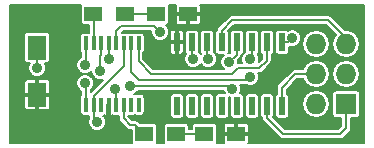
<source format=gtl>
G04 #@! TF.FileFunction,Copper,L1,Top,Signal*
%FSLAX46Y46*%
G04 Gerber Fmt 4.6, Leading zero omitted, Abs format (unit mm)*
G04 Created by KiCad (PCBNEW 4.0.1-stable) date 9/2/2016 3:58:06 PM*
%MOMM*%
G01*
G04 APERTURE LIST*
%ADD10C,0.150000*%
%ADD11R,0.600000X1.500000*%
%ADD12R,1.500000X1.300000*%
%ADD13R,1.727200X1.727200*%
%ADD14O,1.727200X1.727200*%
%ADD15R,1.600000X2.000000*%
%ADD16R,0.400000X1.200000*%
%ADD17C,0.889000*%
%ADD18C,0.203200*%
G04 APERTURE END LIST*
D10*
D11*
X162941000Y-104808000D03*
X164211000Y-104808000D03*
X165481000Y-104808000D03*
X166751000Y-104808000D03*
X168021000Y-104808000D03*
X169291000Y-104808000D03*
X170561000Y-104808000D03*
X171831000Y-104808000D03*
X171831000Y-99408000D03*
X170561000Y-99408000D03*
X169291000Y-99408000D03*
X168021000Y-99408000D03*
X166751000Y-99408000D03*
X165481000Y-99408000D03*
X164211000Y-99408000D03*
X162941000Y-99408000D03*
D12*
X158576000Y-97028000D03*
X155876000Y-97028000D03*
X162894000Y-107188000D03*
X160194000Y-107188000D03*
D13*
X177292000Y-104648000D03*
D14*
X174752000Y-104648000D03*
X177292000Y-102108000D03*
X174752000Y-102108000D03*
X177292000Y-99568000D03*
X174752000Y-99568000D03*
D12*
X163910000Y-97028000D03*
X161210000Y-97028000D03*
X167974000Y-107188000D03*
X165274000Y-107188000D03*
D15*
X151130000Y-103854000D03*
X151130000Y-99854000D03*
D16*
X159702500Y-99508000D03*
X159067500Y-99508000D03*
X158432500Y-99508000D03*
X157797500Y-99508000D03*
X157162500Y-99508000D03*
X156527500Y-99508000D03*
X155892500Y-99508000D03*
X155257500Y-99508000D03*
X155257500Y-104708000D03*
X155892500Y-104708000D03*
X156527500Y-104708000D03*
X157162500Y-104708000D03*
X157797500Y-104708000D03*
X158432500Y-104708000D03*
X159067500Y-104708000D03*
X159702500Y-104708000D03*
D17*
X156210000Y-106172000D03*
X157988000Y-106680000D03*
X163068000Y-100838000D03*
X154178000Y-104394000D03*
X159004000Y-103124000D03*
X156464000Y-101854000D03*
X167640000Y-103378000D03*
X167386000Y-101092000D03*
X155194000Y-102870000D03*
X155194000Y-101346000D03*
X169164000Y-102362000D03*
X169164000Y-100838000D03*
X172720000Y-99060000D03*
X161544000Y-98552000D03*
X157734000Y-103378000D03*
X157226000Y-100838000D03*
X151130000Y-101600000D03*
X164338000Y-100838000D03*
X165608000Y-100838000D03*
D18*
X155892500Y-104708000D02*
X155892500Y-105854500D01*
X155892500Y-105854500D02*
X156210000Y-106172000D01*
X155892500Y-104775000D02*
X155892500Y-103949500D01*
X155892500Y-103949500D02*
X158432500Y-101409500D01*
X158432500Y-101409500D02*
X158432500Y-99441000D01*
X157162500Y-104708000D02*
X157162500Y-105854500D01*
X157162500Y-105854500D02*
X157988000Y-106680000D01*
X162941000Y-100711000D02*
X162941000Y-99408000D01*
X163068000Y-100838000D02*
X162941000Y-100711000D01*
X156464000Y-100584000D02*
X156464000Y-101854000D01*
X159004000Y-103124000D02*
X161036000Y-103124000D01*
X161036000Y-103124000D02*
X167386000Y-103124000D01*
X167386000Y-103124000D02*
X167640000Y-103378000D01*
X168021000Y-99408000D02*
X168021000Y-100457000D01*
X168021000Y-100457000D02*
X167386000Y-101092000D01*
X156527500Y-99441000D02*
X156527500Y-100520500D01*
X156527500Y-100520500D02*
X156464000Y-100584000D01*
X155194000Y-102870000D02*
X155257500Y-102933500D01*
X155257500Y-102933500D02*
X155257500Y-104775000D01*
X155194000Y-101346000D02*
X155257500Y-101282500D01*
X155257500Y-101282500D02*
X155257500Y-99441000D01*
X169291000Y-100711000D02*
X169291000Y-99408000D01*
X169164000Y-100838000D02*
X169291000Y-100711000D01*
X166624000Y-102616000D02*
X168910000Y-102616000D01*
X168910000Y-102616000D02*
X169164000Y-102362000D01*
X159067500Y-99441000D02*
X159067500Y-101917500D01*
X159766000Y-102616000D02*
X166624000Y-102616000D01*
X159067500Y-101917500D02*
X159766000Y-102616000D01*
X172372000Y-99408000D02*
X171831000Y-99408000D01*
X172720000Y-99060000D02*
X172372000Y-99408000D01*
X159258000Y-98044000D02*
X161036000Y-98044000D01*
X161036000Y-98044000D02*
X161544000Y-98552000D01*
X157797500Y-99441000D02*
X157797500Y-98488500D01*
X158242000Y-98044000D02*
X159258000Y-98044000D01*
X157797500Y-98488500D02*
X158242000Y-98044000D01*
X159702500Y-99441000D02*
X159702500Y-101028500D01*
X160782000Y-102108000D02*
X166624000Y-102108000D01*
X159702500Y-101028500D02*
X160782000Y-102108000D01*
X166624000Y-102108000D02*
X167640000Y-102108000D01*
X170561000Y-100965000D02*
X170561000Y-99408000D01*
X169926000Y-101600000D02*
X170561000Y-100965000D01*
X168148000Y-101600000D02*
X169926000Y-101600000D01*
X167640000Y-102108000D02*
X168148000Y-101600000D01*
X157797500Y-104775000D02*
X157797500Y-103441500D01*
X157797500Y-103441500D02*
X157734000Y-103378000D01*
X157162500Y-99441000D02*
X157162500Y-100774500D01*
X157162500Y-100774500D02*
X157226000Y-100838000D01*
X151130000Y-100330000D02*
X151130000Y-101600000D01*
X164211000Y-99408000D02*
X164211000Y-100711000D01*
X164211000Y-100711000D02*
X164338000Y-100838000D01*
X155892500Y-99441000D02*
X155892500Y-97044500D01*
X155892500Y-97044500D02*
X155876000Y-97028000D01*
X158576000Y-97028000D02*
X161210000Y-97028000D01*
X158432500Y-104708000D02*
X158432500Y-105854500D01*
X159432000Y-106426000D02*
X160194000Y-107188000D01*
X159004000Y-106426000D02*
X159432000Y-106426000D01*
X158432500Y-105854500D02*
X159004000Y-106426000D01*
X162894000Y-107188000D02*
X165274000Y-107188000D01*
X170561000Y-104808000D02*
X170561000Y-105791000D01*
X177292000Y-106680000D02*
X177292000Y-104648000D01*
X176784000Y-107188000D02*
X177292000Y-106680000D01*
X171958000Y-107188000D02*
X176784000Y-107188000D01*
X170561000Y-105791000D02*
X171958000Y-107188000D01*
X165481000Y-99408000D02*
X165481000Y-100711000D01*
X165481000Y-100711000D02*
X165608000Y-100838000D01*
X174752000Y-102108000D02*
X172974000Y-102108000D01*
X171831000Y-103251000D02*
X171831000Y-104808000D01*
X172974000Y-102108000D02*
X171831000Y-103251000D01*
X166751000Y-99408000D02*
X166751000Y-98425000D01*
X167640000Y-97536000D02*
X170942000Y-97536000D01*
X166751000Y-98425000D02*
X167640000Y-97536000D01*
X177292000Y-99568000D02*
X177292000Y-99060000D01*
X177292000Y-99060000D02*
X175768000Y-97536000D01*
X175768000Y-97536000D02*
X170942000Y-97536000D01*
G36*
X154839713Y-96257093D02*
X154815229Y-96378000D01*
X154815229Y-97678000D01*
X154836482Y-97790952D01*
X154903237Y-97894692D01*
X155005093Y-97964287D01*
X155126000Y-97988771D01*
X155486100Y-97988771D01*
X155486100Y-98603021D01*
X155457500Y-98597229D01*
X155057500Y-98597229D01*
X154944548Y-98618482D01*
X154840808Y-98685237D01*
X154771213Y-98787093D01*
X154746729Y-98908000D01*
X154746729Y-100108000D01*
X154767982Y-100220952D01*
X154834737Y-100324692D01*
X154851100Y-100335872D01*
X154851100Y-100676940D01*
X154770110Y-100710404D01*
X154559144Y-100921001D01*
X154444830Y-101196301D01*
X154444570Y-101494391D01*
X154558404Y-101769890D01*
X154769001Y-101980856D01*
X155044301Y-102095170D01*
X155342391Y-102095430D01*
X155617890Y-101981596D01*
X155714672Y-101884983D01*
X155714570Y-102002391D01*
X155828404Y-102277890D01*
X156039001Y-102488856D01*
X156314301Y-102603170D01*
X156612391Y-102603430D01*
X156700056Y-102567207D01*
X155663900Y-103603364D01*
X155663900Y-103459666D01*
X155828856Y-103294999D01*
X155943170Y-103019699D01*
X155943430Y-102721609D01*
X155829596Y-102446110D01*
X155618999Y-102235144D01*
X155343699Y-102120830D01*
X155045609Y-102120570D01*
X154770110Y-102234404D01*
X154559144Y-102445001D01*
X154444830Y-102720301D01*
X154444570Y-103018391D01*
X154558404Y-103293890D01*
X154769001Y-103504856D01*
X154851100Y-103538946D01*
X154851100Y-103878614D01*
X154840808Y-103885237D01*
X154771213Y-103987093D01*
X154746729Y-104108000D01*
X154746729Y-105308000D01*
X154767982Y-105420952D01*
X154834737Y-105524692D01*
X154936593Y-105594287D01*
X155057500Y-105618771D01*
X155457500Y-105618771D01*
X155486100Y-105613390D01*
X155486100Y-105854500D01*
X155500482Y-105926807D01*
X155460830Y-106022301D01*
X155460570Y-106320391D01*
X155574404Y-106595890D01*
X155785001Y-106806856D01*
X156060301Y-106921170D01*
X156358391Y-106921430D01*
X156633890Y-106807596D01*
X156844856Y-106596999D01*
X156959170Y-106321699D01*
X156959430Y-106023609D01*
X156845596Y-105748110D01*
X156716483Y-105618771D01*
X156727500Y-105618771D01*
X156840452Y-105597518D01*
X156850056Y-105591338D01*
X156901871Y-105612800D01*
X156997400Y-105612800D01*
X157073600Y-105536600D01*
X157073600Y-104796900D01*
X157053600Y-104796900D01*
X157053600Y-104619100D01*
X157073600Y-104619100D01*
X157073600Y-104599100D01*
X157251400Y-104599100D01*
X157251400Y-104619100D01*
X157271400Y-104619100D01*
X157271400Y-104796900D01*
X157251400Y-104796900D01*
X157251400Y-105536600D01*
X157327600Y-105612800D01*
X157423129Y-105612800D01*
X157473283Y-105592026D01*
X157476593Y-105594287D01*
X157597500Y-105618771D01*
X157997500Y-105618771D01*
X158026100Y-105613390D01*
X158026100Y-105854500D01*
X158057035Y-106010023D01*
X158142970Y-106138632D01*
X158145132Y-106141868D01*
X158716632Y-106713368D01*
X158848477Y-106801465D01*
X159004000Y-106832400D01*
X159133229Y-106832400D01*
X159133229Y-107838000D01*
X159154482Y-107950952D01*
X159162042Y-107962700D01*
X148831300Y-107962700D01*
X148831300Y-104019100D01*
X150025200Y-104019100D01*
X150025200Y-104914628D01*
X150071603Y-105026655D01*
X150157344Y-105112397D01*
X150269371Y-105158800D01*
X150964900Y-105158800D01*
X151041100Y-105082600D01*
X151041100Y-103942900D01*
X151218900Y-103942900D01*
X151218900Y-105082600D01*
X151295100Y-105158800D01*
X151990629Y-105158800D01*
X152102656Y-105112397D01*
X152188397Y-105026655D01*
X152234800Y-104914628D01*
X152234800Y-104019100D01*
X152158600Y-103942900D01*
X151218900Y-103942900D01*
X151041100Y-103942900D01*
X150101400Y-103942900D01*
X150025200Y-104019100D01*
X148831300Y-104019100D01*
X148831300Y-102793372D01*
X150025200Y-102793372D01*
X150025200Y-103688900D01*
X150101400Y-103765100D01*
X151041100Y-103765100D01*
X151041100Y-102625400D01*
X151218900Y-102625400D01*
X151218900Y-103765100D01*
X152158600Y-103765100D01*
X152234800Y-103688900D01*
X152234800Y-102793372D01*
X152188397Y-102681345D01*
X152102656Y-102595603D01*
X151990629Y-102549200D01*
X151295100Y-102549200D01*
X151218900Y-102625400D01*
X151041100Y-102625400D01*
X150964900Y-102549200D01*
X150269371Y-102549200D01*
X150157344Y-102595603D01*
X150071603Y-102681345D01*
X150025200Y-102793372D01*
X148831300Y-102793372D01*
X148831300Y-98854000D01*
X150019229Y-98854000D01*
X150019229Y-100854000D01*
X150040482Y-100966952D01*
X150107237Y-101070692D01*
X150209093Y-101140287D01*
X150330000Y-101164771D01*
X150505392Y-101164771D01*
X150495144Y-101175001D01*
X150380830Y-101450301D01*
X150380570Y-101748391D01*
X150494404Y-102023890D01*
X150705001Y-102234856D01*
X150980301Y-102349170D01*
X151278391Y-102349430D01*
X151553890Y-102235596D01*
X151764856Y-102024999D01*
X151879170Y-101749699D01*
X151879430Y-101451609D01*
X151765596Y-101176110D01*
X151754277Y-101164771D01*
X151930000Y-101164771D01*
X152042952Y-101143518D01*
X152146692Y-101076763D01*
X152216287Y-100974907D01*
X152240771Y-100854000D01*
X152240771Y-98854000D01*
X152219518Y-98741048D01*
X152152763Y-98637308D01*
X152050907Y-98567713D01*
X151930000Y-98543229D01*
X150330000Y-98543229D01*
X150217048Y-98564482D01*
X150113308Y-98631237D01*
X150043713Y-98733093D01*
X150019229Y-98854000D01*
X148831300Y-98854000D01*
X148831300Y-96253300D01*
X154842305Y-96253300D01*
X154839713Y-96257093D01*
X154839713Y-96257093D01*
G37*
X154839713Y-96257093D02*
X154815229Y-96378000D01*
X154815229Y-97678000D01*
X154836482Y-97790952D01*
X154903237Y-97894692D01*
X155005093Y-97964287D01*
X155126000Y-97988771D01*
X155486100Y-97988771D01*
X155486100Y-98603021D01*
X155457500Y-98597229D01*
X155057500Y-98597229D01*
X154944548Y-98618482D01*
X154840808Y-98685237D01*
X154771213Y-98787093D01*
X154746729Y-98908000D01*
X154746729Y-100108000D01*
X154767982Y-100220952D01*
X154834737Y-100324692D01*
X154851100Y-100335872D01*
X154851100Y-100676940D01*
X154770110Y-100710404D01*
X154559144Y-100921001D01*
X154444830Y-101196301D01*
X154444570Y-101494391D01*
X154558404Y-101769890D01*
X154769001Y-101980856D01*
X155044301Y-102095170D01*
X155342391Y-102095430D01*
X155617890Y-101981596D01*
X155714672Y-101884983D01*
X155714570Y-102002391D01*
X155828404Y-102277890D01*
X156039001Y-102488856D01*
X156314301Y-102603170D01*
X156612391Y-102603430D01*
X156700056Y-102567207D01*
X155663900Y-103603364D01*
X155663900Y-103459666D01*
X155828856Y-103294999D01*
X155943170Y-103019699D01*
X155943430Y-102721609D01*
X155829596Y-102446110D01*
X155618999Y-102235144D01*
X155343699Y-102120830D01*
X155045609Y-102120570D01*
X154770110Y-102234404D01*
X154559144Y-102445001D01*
X154444830Y-102720301D01*
X154444570Y-103018391D01*
X154558404Y-103293890D01*
X154769001Y-103504856D01*
X154851100Y-103538946D01*
X154851100Y-103878614D01*
X154840808Y-103885237D01*
X154771213Y-103987093D01*
X154746729Y-104108000D01*
X154746729Y-105308000D01*
X154767982Y-105420952D01*
X154834737Y-105524692D01*
X154936593Y-105594287D01*
X155057500Y-105618771D01*
X155457500Y-105618771D01*
X155486100Y-105613390D01*
X155486100Y-105854500D01*
X155500482Y-105926807D01*
X155460830Y-106022301D01*
X155460570Y-106320391D01*
X155574404Y-106595890D01*
X155785001Y-106806856D01*
X156060301Y-106921170D01*
X156358391Y-106921430D01*
X156633890Y-106807596D01*
X156844856Y-106596999D01*
X156959170Y-106321699D01*
X156959430Y-106023609D01*
X156845596Y-105748110D01*
X156716483Y-105618771D01*
X156727500Y-105618771D01*
X156840452Y-105597518D01*
X156850056Y-105591338D01*
X156901871Y-105612800D01*
X156997400Y-105612800D01*
X157073600Y-105536600D01*
X157073600Y-104796900D01*
X157053600Y-104796900D01*
X157053600Y-104619100D01*
X157073600Y-104619100D01*
X157073600Y-104599100D01*
X157251400Y-104599100D01*
X157251400Y-104619100D01*
X157271400Y-104619100D01*
X157271400Y-104796900D01*
X157251400Y-104796900D01*
X157251400Y-105536600D01*
X157327600Y-105612800D01*
X157423129Y-105612800D01*
X157473283Y-105592026D01*
X157476593Y-105594287D01*
X157597500Y-105618771D01*
X157997500Y-105618771D01*
X158026100Y-105613390D01*
X158026100Y-105854500D01*
X158057035Y-106010023D01*
X158142970Y-106138632D01*
X158145132Y-106141868D01*
X158716632Y-106713368D01*
X158848477Y-106801465D01*
X159004000Y-106832400D01*
X159133229Y-106832400D01*
X159133229Y-107838000D01*
X159154482Y-107950952D01*
X159162042Y-107962700D01*
X148831300Y-107962700D01*
X148831300Y-104019100D01*
X150025200Y-104019100D01*
X150025200Y-104914628D01*
X150071603Y-105026655D01*
X150157344Y-105112397D01*
X150269371Y-105158800D01*
X150964900Y-105158800D01*
X151041100Y-105082600D01*
X151041100Y-103942900D01*
X151218900Y-103942900D01*
X151218900Y-105082600D01*
X151295100Y-105158800D01*
X151990629Y-105158800D01*
X152102656Y-105112397D01*
X152188397Y-105026655D01*
X152234800Y-104914628D01*
X152234800Y-104019100D01*
X152158600Y-103942900D01*
X151218900Y-103942900D01*
X151041100Y-103942900D01*
X150101400Y-103942900D01*
X150025200Y-104019100D01*
X148831300Y-104019100D01*
X148831300Y-102793372D01*
X150025200Y-102793372D01*
X150025200Y-103688900D01*
X150101400Y-103765100D01*
X151041100Y-103765100D01*
X151041100Y-102625400D01*
X151218900Y-102625400D01*
X151218900Y-103765100D01*
X152158600Y-103765100D01*
X152234800Y-103688900D01*
X152234800Y-102793372D01*
X152188397Y-102681345D01*
X152102656Y-102595603D01*
X151990629Y-102549200D01*
X151295100Y-102549200D01*
X151218900Y-102625400D01*
X151041100Y-102625400D01*
X150964900Y-102549200D01*
X150269371Y-102549200D01*
X150157344Y-102595603D01*
X150071603Y-102681345D01*
X150025200Y-102793372D01*
X148831300Y-102793372D01*
X148831300Y-98854000D01*
X150019229Y-98854000D01*
X150019229Y-100854000D01*
X150040482Y-100966952D01*
X150107237Y-101070692D01*
X150209093Y-101140287D01*
X150330000Y-101164771D01*
X150505392Y-101164771D01*
X150495144Y-101175001D01*
X150380830Y-101450301D01*
X150380570Y-101748391D01*
X150494404Y-102023890D01*
X150705001Y-102234856D01*
X150980301Y-102349170D01*
X151278391Y-102349430D01*
X151553890Y-102235596D01*
X151764856Y-102024999D01*
X151879170Y-101749699D01*
X151879430Y-101451609D01*
X151765596Y-101176110D01*
X151754277Y-101164771D01*
X151930000Y-101164771D01*
X152042952Y-101143518D01*
X152146692Y-101076763D01*
X152216287Y-100974907D01*
X152240771Y-100854000D01*
X152240771Y-98854000D01*
X152219518Y-98741048D01*
X152152763Y-98637308D01*
X152050907Y-98567713D01*
X151930000Y-98543229D01*
X150330000Y-98543229D01*
X150217048Y-98564482D01*
X150113308Y-98631237D01*
X150043713Y-98733093D01*
X150019229Y-98854000D01*
X148831300Y-98854000D01*
X148831300Y-96253300D01*
X154842305Y-96253300D01*
X154839713Y-96257093D01*
G36*
X162855200Y-96317371D02*
X162855200Y-96862900D01*
X162931400Y-96939100D01*
X163821100Y-96939100D01*
X163821100Y-96919100D01*
X163998900Y-96919100D01*
X163998900Y-96939100D01*
X164888600Y-96939100D01*
X164964800Y-96862900D01*
X164964800Y-96317371D01*
X164938261Y-96253300D01*
X178828700Y-96253300D01*
X178828700Y-107962700D01*
X169002261Y-107962700D01*
X169028800Y-107898629D01*
X169028800Y-107353100D01*
X168952600Y-107276900D01*
X168062900Y-107276900D01*
X168062900Y-107296900D01*
X167885100Y-107296900D01*
X167885100Y-107276900D01*
X166995400Y-107276900D01*
X166919200Y-107353100D01*
X166919200Y-107898629D01*
X166945739Y-107962700D01*
X166307695Y-107962700D01*
X166310287Y-107958907D01*
X166334771Y-107838000D01*
X166334771Y-106538000D01*
X166323364Y-106477371D01*
X166919200Y-106477371D01*
X166919200Y-107022900D01*
X166995400Y-107099100D01*
X167885100Y-107099100D01*
X167885100Y-106309400D01*
X168062900Y-106309400D01*
X168062900Y-107099100D01*
X168952600Y-107099100D01*
X169028800Y-107022900D01*
X169028800Y-106477371D01*
X168982397Y-106365344D01*
X168896655Y-106279603D01*
X168784628Y-106233200D01*
X168139100Y-106233200D01*
X168062900Y-106309400D01*
X167885100Y-106309400D01*
X167808900Y-106233200D01*
X167163372Y-106233200D01*
X167051345Y-106279603D01*
X166965603Y-106365344D01*
X166919200Y-106477371D01*
X166323364Y-106477371D01*
X166313518Y-106425048D01*
X166246763Y-106321308D01*
X166144907Y-106251713D01*
X166024000Y-106227229D01*
X164524000Y-106227229D01*
X164411048Y-106248482D01*
X164307308Y-106315237D01*
X164237713Y-106417093D01*
X164213229Y-106538000D01*
X164213229Y-106781600D01*
X163954771Y-106781600D01*
X163954771Y-106538000D01*
X163933518Y-106425048D01*
X163866763Y-106321308D01*
X163764907Y-106251713D01*
X163644000Y-106227229D01*
X162144000Y-106227229D01*
X162031048Y-106248482D01*
X161927308Y-106315237D01*
X161857713Y-106417093D01*
X161833229Y-106538000D01*
X161833229Y-107838000D01*
X161854482Y-107950952D01*
X161862042Y-107962700D01*
X161227695Y-107962700D01*
X161230287Y-107958907D01*
X161254771Y-107838000D01*
X161254771Y-106538000D01*
X161233518Y-106425048D01*
X161166763Y-106321308D01*
X161064907Y-106251713D01*
X160944000Y-106227229D01*
X159807965Y-106227229D01*
X159719368Y-106138632D01*
X159587523Y-106050535D01*
X159432000Y-106019600D01*
X159172336Y-106019600D01*
X158838900Y-105686164D01*
X158838900Y-105612979D01*
X158867500Y-105618771D01*
X159267500Y-105618771D01*
X159380452Y-105597518D01*
X159384544Y-105594885D01*
X159502500Y-105618771D01*
X159902500Y-105618771D01*
X160015452Y-105597518D01*
X160119192Y-105530763D01*
X160188787Y-105428907D01*
X160213271Y-105308000D01*
X160213271Y-104108000D01*
X160203864Y-104058000D01*
X162330229Y-104058000D01*
X162330229Y-105558000D01*
X162351482Y-105670952D01*
X162418237Y-105774692D01*
X162520093Y-105844287D01*
X162641000Y-105868771D01*
X163241000Y-105868771D01*
X163353952Y-105847518D01*
X163457692Y-105780763D01*
X163527287Y-105678907D01*
X163551771Y-105558000D01*
X163551771Y-104058000D01*
X163600229Y-104058000D01*
X163600229Y-105558000D01*
X163621482Y-105670952D01*
X163688237Y-105774692D01*
X163790093Y-105844287D01*
X163911000Y-105868771D01*
X164511000Y-105868771D01*
X164623952Y-105847518D01*
X164727692Y-105780763D01*
X164797287Y-105678907D01*
X164821771Y-105558000D01*
X164821771Y-104058000D01*
X164870229Y-104058000D01*
X164870229Y-105558000D01*
X164891482Y-105670952D01*
X164958237Y-105774692D01*
X165060093Y-105844287D01*
X165181000Y-105868771D01*
X165781000Y-105868771D01*
X165893952Y-105847518D01*
X165997692Y-105780763D01*
X166067287Y-105678907D01*
X166091771Y-105558000D01*
X166091771Y-104058000D01*
X166070518Y-103945048D01*
X166003763Y-103841308D01*
X165901907Y-103771713D01*
X165781000Y-103747229D01*
X165181000Y-103747229D01*
X165068048Y-103768482D01*
X164964308Y-103835237D01*
X164894713Y-103937093D01*
X164870229Y-104058000D01*
X164821771Y-104058000D01*
X164800518Y-103945048D01*
X164733763Y-103841308D01*
X164631907Y-103771713D01*
X164511000Y-103747229D01*
X163911000Y-103747229D01*
X163798048Y-103768482D01*
X163694308Y-103835237D01*
X163624713Y-103937093D01*
X163600229Y-104058000D01*
X163551771Y-104058000D01*
X163530518Y-103945048D01*
X163463763Y-103841308D01*
X163361907Y-103771713D01*
X163241000Y-103747229D01*
X162641000Y-103747229D01*
X162528048Y-103768482D01*
X162424308Y-103835237D01*
X162354713Y-103937093D01*
X162330229Y-104058000D01*
X160203864Y-104058000D01*
X160192018Y-103995048D01*
X160125263Y-103891308D01*
X160023407Y-103821713D01*
X159902500Y-103797229D01*
X159502500Y-103797229D01*
X159389548Y-103818482D01*
X159385456Y-103821115D01*
X159314015Y-103806648D01*
X159427890Y-103759596D01*
X159638856Y-103548999D01*
X159646579Y-103530400D01*
X166892226Y-103530400D01*
X166981819Y-103747229D01*
X166451000Y-103747229D01*
X166338048Y-103768482D01*
X166234308Y-103835237D01*
X166164713Y-103937093D01*
X166140229Y-104058000D01*
X166140229Y-105558000D01*
X166161482Y-105670952D01*
X166228237Y-105774692D01*
X166330093Y-105844287D01*
X166451000Y-105868771D01*
X167051000Y-105868771D01*
X167163952Y-105847518D01*
X167267692Y-105780763D01*
X167337287Y-105678907D01*
X167361771Y-105558000D01*
X167361771Y-104073800D01*
X167410229Y-104093921D01*
X167410229Y-105558000D01*
X167431482Y-105670952D01*
X167498237Y-105774692D01*
X167600093Y-105844287D01*
X167721000Y-105868771D01*
X168321000Y-105868771D01*
X168433952Y-105847518D01*
X168537692Y-105780763D01*
X168607287Y-105678907D01*
X168631771Y-105558000D01*
X168631771Y-104058000D01*
X168680229Y-104058000D01*
X168680229Y-105558000D01*
X168701482Y-105670952D01*
X168768237Y-105774692D01*
X168870093Y-105844287D01*
X168991000Y-105868771D01*
X169591000Y-105868771D01*
X169703952Y-105847518D01*
X169807692Y-105780763D01*
X169877287Y-105678907D01*
X169901771Y-105558000D01*
X169901771Y-104058000D01*
X169950229Y-104058000D01*
X169950229Y-105558000D01*
X169971482Y-105670952D01*
X170038237Y-105774692D01*
X170140093Y-105844287D01*
X170166253Y-105849584D01*
X170185535Y-105946523D01*
X170273632Y-106078368D01*
X171670632Y-107475368D01*
X171802477Y-107563465D01*
X171958000Y-107594400D01*
X176784000Y-107594400D01*
X176939523Y-107563465D01*
X177071368Y-107475368D01*
X177579368Y-106967369D01*
X177667465Y-106835523D01*
X177668086Y-106832400D01*
X177698400Y-106680000D01*
X177698400Y-105822371D01*
X178155600Y-105822371D01*
X178268552Y-105801118D01*
X178372292Y-105734363D01*
X178441887Y-105632507D01*
X178466371Y-105511600D01*
X178466371Y-103784400D01*
X178445118Y-103671448D01*
X178378363Y-103567708D01*
X178276507Y-103498113D01*
X178155600Y-103473629D01*
X176428400Y-103473629D01*
X176315448Y-103494882D01*
X176211708Y-103561637D01*
X176142113Y-103663493D01*
X176117629Y-103784400D01*
X176117629Y-105511600D01*
X176138882Y-105624552D01*
X176205637Y-105728292D01*
X176307493Y-105797887D01*
X176428400Y-105822371D01*
X176885600Y-105822371D01*
X176885600Y-106511663D01*
X176615664Y-106781600D01*
X172126336Y-106781600D01*
X171097098Y-105752362D01*
X171147287Y-105678907D01*
X171171771Y-105558000D01*
X171171771Y-104058000D01*
X171220229Y-104058000D01*
X171220229Y-105558000D01*
X171241482Y-105670952D01*
X171308237Y-105774692D01*
X171410093Y-105844287D01*
X171531000Y-105868771D01*
X172131000Y-105868771D01*
X172243952Y-105847518D01*
X172347692Y-105780763D01*
X172417287Y-105678907D01*
X172441771Y-105558000D01*
X172441771Y-104648000D01*
X173560710Y-104648000D01*
X173649649Y-105095127D01*
X173902926Y-105474184D01*
X174281983Y-105727461D01*
X174729110Y-105816400D01*
X174774890Y-105816400D01*
X175222017Y-105727461D01*
X175601074Y-105474184D01*
X175854351Y-105095127D01*
X175943290Y-104648000D01*
X175854351Y-104200873D01*
X175601074Y-103821816D01*
X175222017Y-103568539D01*
X174774890Y-103479600D01*
X174729110Y-103479600D01*
X174281983Y-103568539D01*
X173902926Y-103821816D01*
X173649649Y-104200873D01*
X173560710Y-104648000D01*
X172441771Y-104648000D01*
X172441771Y-104058000D01*
X172420518Y-103945048D01*
X172353763Y-103841308D01*
X172251907Y-103771713D01*
X172237400Y-103768775D01*
X172237400Y-103419336D01*
X173142336Y-102514400D01*
X173641548Y-102514400D01*
X173649649Y-102555127D01*
X173902926Y-102934184D01*
X174281983Y-103187461D01*
X174729110Y-103276400D01*
X174774890Y-103276400D01*
X175222017Y-103187461D01*
X175601074Y-102934184D01*
X175854351Y-102555127D01*
X175943290Y-102108000D01*
X176100710Y-102108000D01*
X176189649Y-102555127D01*
X176442926Y-102934184D01*
X176821983Y-103187461D01*
X177269110Y-103276400D01*
X177314890Y-103276400D01*
X177762017Y-103187461D01*
X178141074Y-102934184D01*
X178394351Y-102555127D01*
X178483290Y-102108000D01*
X178394351Y-101660873D01*
X178141074Y-101281816D01*
X177762017Y-101028539D01*
X177314890Y-100939600D01*
X177269110Y-100939600D01*
X176821983Y-101028539D01*
X176442926Y-101281816D01*
X176189649Y-101660873D01*
X176100710Y-102108000D01*
X175943290Y-102108000D01*
X175854351Y-101660873D01*
X175601074Y-101281816D01*
X175222017Y-101028539D01*
X174774890Y-100939600D01*
X174729110Y-100939600D01*
X174281983Y-101028539D01*
X173902926Y-101281816D01*
X173649649Y-101660873D01*
X173641548Y-101701600D01*
X172974000Y-101701600D01*
X172818477Y-101732535D01*
X172686632Y-101820632D01*
X171543632Y-102963632D01*
X171455535Y-103095477D01*
X171424600Y-103251000D01*
X171424600Y-103767249D01*
X171418048Y-103768482D01*
X171314308Y-103835237D01*
X171244713Y-103937093D01*
X171220229Y-104058000D01*
X171171771Y-104058000D01*
X171150518Y-103945048D01*
X171083763Y-103841308D01*
X170981907Y-103771713D01*
X170861000Y-103747229D01*
X170261000Y-103747229D01*
X170148048Y-103768482D01*
X170044308Y-103835237D01*
X169974713Y-103937093D01*
X169950229Y-104058000D01*
X169901771Y-104058000D01*
X169880518Y-103945048D01*
X169813763Y-103841308D01*
X169711907Y-103771713D01*
X169591000Y-103747229D01*
X168991000Y-103747229D01*
X168878048Y-103768482D01*
X168774308Y-103835237D01*
X168704713Y-103937093D01*
X168680229Y-104058000D01*
X168631771Y-104058000D01*
X168610518Y-103945048D01*
X168543763Y-103841308D01*
X168441907Y-103771713D01*
X168321000Y-103747229D01*
X168298014Y-103747229D01*
X168389170Y-103527699D01*
X168389430Y-103229609D01*
X168303813Y-103022400D01*
X168800518Y-103022400D01*
X169014301Y-103111170D01*
X169312391Y-103111430D01*
X169587890Y-102997596D01*
X169798856Y-102786999D01*
X169913170Y-102511699D01*
X169913430Y-102213609D01*
X169827813Y-102006400D01*
X169926000Y-102006400D01*
X170081523Y-101975465D01*
X170213368Y-101887368D01*
X170848368Y-101252368D01*
X170856371Y-101240391D01*
X170936465Y-101120523D01*
X170967400Y-100965000D01*
X170967400Y-100448751D01*
X170973952Y-100447518D01*
X171077692Y-100380763D01*
X171147287Y-100278907D01*
X171171771Y-100158000D01*
X171171771Y-98658000D01*
X171220229Y-98658000D01*
X171220229Y-100158000D01*
X171241482Y-100270952D01*
X171308237Y-100374692D01*
X171410093Y-100444287D01*
X171531000Y-100468771D01*
X172131000Y-100468771D01*
X172243952Y-100447518D01*
X172347692Y-100380763D01*
X172417287Y-100278907D01*
X172441771Y-100158000D01*
X172441771Y-99800522D01*
X172514591Y-99786037D01*
X172570301Y-99809170D01*
X172868391Y-99809430D01*
X173143890Y-99695596D01*
X173271709Y-99568000D01*
X173560710Y-99568000D01*
X173649649Y-100015127D01*
X173902926Y-100394184D01*
X174281983Y-100647461D01*
X174729110Y-100736400D01*
X174774890Y-100736400D01*
X175222017Y-100647461D01*
X175601074Y-100394184D01*
X175854351Y-100015127D01*
X175943290Y-99568000D01*
X175854351Y-99120873D01*
X175601074Y-98741816D01*
X175222017Y-98488539D01*
X174774890Y-98399600D01*
X174729110Y-98399600D01*
X174281983Y-98488539D01*
X173902926Y-98741816D01*
X173649649Y-99120873D01*
X173560710Y-99568000D01*
X173271709Y-99568000D01*
X173354856Y-99484999D01*
X173469170Y-99209699D01*
X173469430Y-98911609D01*
X173355596Y-98636110D01*
X173144999Y-98425144D01*
X172869699Y-98310830D01*
X172571609Y-98310570D01*
X172316620Y-98415929D01*
X172251907Y-98371713D01*
X172131000Y-98347229D01*
X171531000Y-98347229D01*
X171418048Y-98368482D01*
X171314308Y-98435237D01*
X171244713Y-98537093D01*
X171220229Y-98658000D01*
X171171771Y-98658000D01*
X171150518Y-98545048D01*
X171083763Y-98441308D01*
X170981907Y-98371713D01*
X170861000Y-98347229D01*
X170261000Y-98347229D01*
X170148048Y-98368482D01*
X170044308Y-98435237D01*
X169974713Y-98537093D01*
X169950229Y-98658000D01*
X169950229Y-100158000D01*
X169971482Y-100270952D01*
X170038237Y-100374692D01*
X170140093Y-100444287D01*
X170154600Y-100447225D01*
X170154600Y-100796664D01*
X169877385Y-101073879D01*
X169913170Y-100987699D01*
X169913430Y-100689609D01*
X169799596Y-100414110D01*
X169782494Y-100396978D01*
X169807692Y-100380763D01*
X169877287Y-100278907D01*
X169901771Y-100158000D01*
X169901771Y-98658000D01*
X169880518Y-98545048D01*
X169813763Y-98441308D01*
X169711907Y-98371713D01*
X169591000Y-98347229D01*
X168991000Y-98347229D01*
X168878048Y-98368482D01*
X168774308Y-98435237D01*
X168704713Y-98537093D01*
X168680229Y-98658000D01*
X168680229Y-100158000D01*
X168696732Y-100245706D01*
X168529144Y-100413001D01*
X168414830Y-100688301D01*
X168414570Y-100986391D01*
X168500187Y-101193600D01*
X168148000Y-101193600D01*
X168135210Y-101196144D01*
X168135430Y-100943609D01*
X168127739Y-100924997D01*
X168308368Y-100744368D01*
X168349722Y-100682478D01*
X168396465Y-100612523D01*
X168427400Y-100457000D01*
X168427400Y-100448751D01*
X168433952Y-100447518D01*
X168537692Y-100380763D01*
X168607287Y-100278907D01*
X168631771Y-100158000D01*
X168631771Y-98658000D01*
X168610518Y-98545048D01*
X168543763Y-98441308D01*
X168441907Y-98371713D01*
X168321000Y-98347229D01*
X167721000Y-98347229D01*
X167608048Y-98368482D01*
X167504308Y-98435237D01*
X167434713Y-98537093D01*
X167410229Y-98658000D01*
X167410229Y-100158000D01*
X167431482Y-100270952D01*
X167477702Y-100342779D01*
X167293755Y-100342619D01*
X167337287Y-100278907D01*
X167361771Y-100158000D01*
X167361771Y-98658000D01*
X167340518Y-98545048D01*
X167287727Y-98463009D01*
X167808336Y-97942400D01*
X175599664Y-97942400D01*
X176425364Y-98768100D01*
X176189649Y-99120873D01*
X176100710Y-99568000D01*
X176189649Y-100015127D01*
X176442926Y-100394184D01*
X176821983Y-100647461D01*
X177269110Y-100736400D01*
X177314890Y-100736400D01*
X177762017Y-100647461D01*
X178141074Y-100394184D01*
X178394351Y-100015127D01*
X178483290Y-99568000D01*
X178394351Y-99120873D01*
X178141074Y-98741816D01*
X177762017Y-98488539D01*
X177314890Y-98399600D01*
X177269110Y-98399600D01*
X177216752Y-98410015D01*
X176055368Y-97248632D01*
X175972259Y-97193100D01*
X175923523Y-97160535D01*
X175768000Y-97129600D01*
X167640000Y-97129600D01*
X167484477Y-97160535D01*
X167435741Y-97193100D01*
X167352632Y-97248632D01*
X166463632Y-98137632D01*
X166375535Y-98269477D01*
X166356534Y-98365004D01*
X166338048Y-98368482D01*
X166234308Y-98435237D01*
X166164713Y-98537093D01*
X166140229Y-98658000D01*
X166140229Y-100158000D01*
X166161482Y-100270952D01*
X166228237Y-100374692D01*
X166330093Y-100444287D01*
X166451000Y-100468771D01*
X166949721Y-100468771D01*
X166751144Y-100667001D01*
X166636830Y-100942301D01*
X166636570Y-101240391D01*
X166750404Y-101515890D01*
X166935789Y-101701600D01*
X160950337Y-101701600D01*
X160235128Y-100986391D01*
X163588570Y-100986391D01*
X163702404Y-101261890D01*
X163913001Y-101472856D01*
X164188301Y-101587170D01*
X164486391Y-101587430D01*
X164761890Y-101473596D01*
X164972856Y-101262999D01*
X164973048Y-101262536D01*
X165183001Y-101472856D01*
X165458301Y-101587170D01*
X165756391Y-101587430D01*
X166031890Y-101473596D01*
X166242856Y-101262999D01*
X166357170Y-100987699D01*
X166357430Y-100689609D01*
X166243596Y-100414110D01*
X166074259Y-100244477D01*
X166091771Y-100158000D01*
X166091771Y-98658000D01*
X166070518Y-98545048D01*
X166003763Y-98441308D01*
X165901907Y-98371713D01*
X165781000Y-98347229D01*
X165181000Y-98347229D01*
X165068048Y-98368482D01*
X164964308Y-98435237D01*
X164894713Y-98537093D01*
X164870229Y-98658000D01*
X164870229Y-100158000D01*
X164891482Y-100270952D01*
X164958237Y-100374692D01*
X164989869Y-100396305D01*
X164973144Y-100413001D01*
X164972952Y-100413464D01*
X164804259Y-100244477D01*
X164821771Y-100158000D01*
X164821771Y-98658000D01*
X164800518Y-98545048D01*
X164733763Y-98441308D01*
X164631907Y-98371713D01*
X164511000Y-98347229D01*
X163911000Y-98347229D01*
X163798048Y-98368482D01*
X163694308Y-98435237D01*
X163624713Y-98537093D01*
X163600229Y-98658000D01*
X163600229Y-100158000D01*
X163621482Y-100270952D01*
X163688237Y-100374692D01*
X163719869Y-100396305D01*
X163703144Y-100413001D01*
X163588830Y-100688301D01*
X163588570Y-100986391D01*
X160235128Y-100986391D01*
X160108900Y-100860164D01*
X160108900Y-100337386D01*
X160119192Y-100330763D01*
X160188787Y-100228907D01*
X160213271Y-100108000D01*
X160213271Y-99573100D01*
X162336200Y-99573100D01*
X162336200Y-100218628D01*
X162382603Y-100330655D01*
X162468344Y-100416397D01*
X162580371Y-100462800D01*
X162775900Y-100462800D01*
X162852100Y-100386600D01*
X162852100Y-99496900D01*
X163029900Y-99496900D01*
X163029900Y-100386600D01*
X163106100Y-100462800D01*
X163301629Y-100462800D01*
X163413656Y-100416397D01*
X163499397Y-100330655D01*
X163545800Y-100218628D01*
X163545800Y-99573100D01*
X163469600Y-99496900D01*
X163029900Y-99496900D01*
X162852100Y-99496900D01*
X162412400Y-99496900D01*
X162336200Y-99573100D01*
X160213271Y-99573100D01*
X160213271Y-98908000D01*
X160192018Y-98795048D01*
X160125263Y-98691308D01*
X160023407Y-98621713D01*
X159902500Y-98597229D01*
X159502500Y-98597229D01*
X159389548Y-98618482D01*
X159385456Y-98621115D01*
X159267500Y-98597229D01*
X158867500Y-98597229D01*
X158754548Y-98618482D01*
X158750456Y-98621115D01*
X158632500Y-98597229D01*
X158263507Y-98597229D01*
X158410336Y-98450400D01*
X160794788Y-98450400D01*
X160794570Y-98700391D01*
X160908404Y-98975890D01*
X161119001Y-99186856D01*
X161394301Y-99301170D01*
X161692391Y-99301430D01*
X161967890Y-99187596D01*
X162178856Y-98976999D01*
X162293170Y-98701699D01*
X162293260Y-98597372D01*
X162336200Y-98597372D01*
X162336200Y-99242900D01*
X162412400Y-99319100D01*
X162852100Y-99319100D01*
X162852100Y-98429400D01*
X163029900Y-98429400D01*
X163029900Y-99319100D01*
X163469600Y-99319100D01*
X163545800Y-99242900D01*
X163545800Y-98597372D01*
X163499397Y-98485345D01*
X163413656Y-98399603D01*
X163301629Y-98353200D01*
X163106100Y-98353200D01*
X163029900Y-98429400D01*
X162852100Y-98429400D01*
X162775900Y-98353200D01*
X162580371Y-98353200D01*
X162468344Y-98399603D01*
X162382603Y-98485345D01*
X162336200Y-98597372D01*
X162293260Y-98597372D01*
X162293430Y-98403609D01*
X162179596Y-98128110D01*
X162027771Y-97976019D01*
X162072952Y-97967518D01*
X162176692Y-97900763D01*
X162246287Y-97798907D01*
X162270771Y-97678000D01*
X162270771Y-97193100D01*
X162855200Y-97193100D01*
X162855200Y-97738629D01*
X162901603Y-97850656D01*
X162987345Y-97936397D01*
X163099372Y-97982800D01*
X163744900Y-97982800D01*
X163821100Y-97906600D01*
X163821100Y-97116900D01*
X163998900Y-97116900D01*
X163998900Y-97906600D01*
X164075100Y-97982800D01*
X164720628Y-97982800D01*
X164832655Y-97936397D01*
X164918397Y-97850656D01*
X164964800Y-97738629D01*
X164964800Y-97193100D01*
X164888600Y-97116900D01*
X163998900Y-97116900D01*
X163821100Y-97116900D01*
X162931400Y-97116900D01*
X162855200Y-97193100D01*
X162270771Y-97193100D01*
X162270771Y-96378000D01*
X162249518Y-96265048D01*
X162241958Y-96253300D01*
X162881739Y-96253300D01*
X162855200Y-96317371D01*
X162855200Y-96317371D01*
G37*
X162855200Y-96317371D02*
X162855200Y-96862900D01*
X162931400Y-96939100D01*
X163821100Y-96939100D01*
X163821100Y-96919100D01*
X163998900Y-96919100D01*
X163998900Y-96939100D01*
X164888600Y-96939100D01*
X164964800Y-96862900D01*
X164964800Y-96317371D01*
X164938261Y-96253300D01*
X178828700Y-96253300D01*
X178828700Y-107962700D01*
X169002261Y-107962700D01*
X169028800Y-107898629D01*
X169028800Y-107353100D01*
X168952600Y-107276900D01*
X168062900Y-107276900D01*
X168062900Y-107296900D01*
X167885100Y-107296900D01*
X167885100Y-107276900D01*
X166995400Y-107276900D01*
X166919200Y-107353100D01*
X166919200Y-107898629D01*
X166945739Y-107962700D01*
X166307695Y-107962700D01*
X166310287Y-107958907D01*
X166334771Y-107838000D01*
X166334771Y-106538000D01*
X166323364Y-106477371D01*
X166919200Y-106477371D01*
X166919200Y-107022900D01*
X166995400Y-107099100D01*
X167885100Y-107099100D01*
X167885100Y-106309400D01*
X168062900Y-106309400D01*
X168062900Y-107099100D01*
X168952600Y-107099100D01*
X169028800Y-107022900D01*
X169028800Y-106477371D01*
X168982397Y-106365344D01*
X168896655Y-106279603D01*
X168784628Y-106233200D01*
X168139100Y-106233200D01*
X168062900Y-106309400D01*
X167885100Y-106309400D01*
X167808900Y-106233200D01*
X167163372Y-106233200D01*
X167051345Y-106279603D01*
X166965603Y-106365344D01*
X166919200Y-106477371D01*
X166323364Y-106477371D01*
X166313518Y-106425048D01*
X166246763Y-106321308D01*
X166144907Y-106251713D01*
X166024000Y-106227229D01*
X164524000Y-106227229D01*
X164411048Y-106248482D01*
X164307308Y-106315237D01*
X164237713Y-106417093D01*
X164213229Y-106538000D01*
X164213229Y-106781600D01*
X163954771Y-106781600D01*
X163954771Y-106538000D01*
X163933518Y-106425048D01*
X163866763Y-106321308D01*
X163764907Y-106251713D01*
X163644000Y-106227229D01*
X162144000Y-106227229D01*
X162031048Y-106248482D01*
X161927308Y-106315237D01*
X161857713Y-106417093D01*
X161833229Y-106538000D01*
X161833229Y-107838000D01*
X161854482Y-107950952D01*
X161862042Y-107962700D01*
X161227695Y-107962700D01*
X161230287Y-107958907D01*
X161254771Y-107838000D01*
X161254771Y-106538000D01*
X161233518Y-106425048D01*
X161166763Y-106321308D01*
X161064907Y-106251713D01*
X160944000Y-106227229D01*
X159807965Y-106227229D01*
X159719368Y-106138632D01*
X159587523Y-106050535D01*
X159432000Y-106019600D01*
X159172336Y-106019600D01*
X158838900Y-105686164D01*
X158838900Y-105612979D01*
X158867500Y-105618771D01*
X159267500Y-105618771D01*
X159380452Y-105597518D01*
X159384544Y-105594885D01*
X159502500Y-105618771D01*
X159902500Y-105618771D01*
X160015452Y-105597518D01*
X160119192Y-105530763D01*
X160188787Y-105428907D01*
X160213271Y-105308000D01*
X160213271Y-104108000D01*
X160203864Y-104058000D01*
X162330229Y-104058000D01*
X162330229Y-105558000D01*
X162351482Y-105670952D01*
X162418237Y-105774692D01*
X162520093Y-105844287D01*
X162641000Y-105868771D01*
X163241000Y-105868771D01*
X163353952Y-105847518D01*
X163457692Y-105780763D01*
X163527287Y-105678907D01*
X163551771Y-105558000D01*
X163551771Y-104058000D01*
X163600229Y-104058000D01*
X163600229Y-105558000D01*
X163621482Y-105670952D01*
X163688237Y-105774692D01*
X163790093Y-105844287D01*
X163911000Y-105868771D01*
X164511000Y-105868771D01*
X164623952Y-105847518D01*
X164727692Y-105780763D01*
X164797287Y-105678907D01*
X164821771Y-105558000D01*
X164821771Y-104058000D01*
X164870229Y-104058000D01*
X164870229Y-105558000D01*
X164891482Y-105670952D01*
X164958237Y-105774692D01*
X165060093Y-105844287D01*
X165181000Y-105868771D01*
X165781000Y-105868771D01*
X165893952Y-105847518D01*
X165997692Y-105780763D01*
X166067287Y-105678907D01*
X166091771Y-105558000D01*
X166091771Y-104058000D01*
X166070518Y-103945048D01*
X166003763Y-103841308D01*
X165901907Y-103771713D01*
X165781000Y-103747229D01*
X165181000Y-103747229D01*
X165068048Y-103768482D01*
X164964308Y-103835237D01*
X164894713Y-103937093D01*
X164870229Y-104058000D01*
X164821771Y-104058000D01*
X164800518Y-103945048D01*
X164733763Y-103841308D01*
X164631907Y-103771713D01*
X164511000Y-103747229D01*
X163911000Y-103747229D01*
X163798048Y-103768482D01*
X163694308Y-103835237D01*
X163624713Y-103937093D01*
X163600229Y-104058000D01*
X163551771Y-104058000D01*
X163530518Y-103945048D01*
X163463763Y-103841308D01*
X163361907Y-103771713D01*
X163241000Y-103747229D01*
X162641000Y-103747229D01*
X162528048Y-103768482D01*
X162424308Y-103835237D01*
X162354713Y-103937093D01*
X162330229Y-104058000D01*
X160203864Y-104058000D01*
X160192018Y-103995048D01*
X160125263Y-103891308D01*
X160023407Y-103821713D01*
X159902500Y-103797229D01*
X159502500Y-103797229D01*
X159389548Y-103818482D01*
X159385456Y-103821115D01*
X159314015Y-103806648D01*
X159427890Y-103759596D01*
X159638856Y-103548999D01*
X159646579Y-103530400D01*
X166892226Y-103530400D01*
X166981819Y-103747229D01*
X166451000Y-103747229D01*
X166338048Y-103768482D01*
X166234308Y-103835237D01*
X166164713Y-103937093D01*
X166140229Y-104058000D01*
X166140229Y-105558000D01*
X166161482Y-105670952D01*
X166228237Y-105774692D01*
X166330093Y-105844287D01*
X166451000Y-105868771D01*
X167051000Y-105868771D01*
X167163952Y-105847518D01*
X167267692Y-105780763D01*
X167337287Y-105678907D01*
X167361771Y-105558000D01*
X167361771Y-104073800D01*
X167410229Y-104093921D01*
X167410229Y-105558000D01*
X167431482Y-105670952D01*
X167498237Y-105774692D01*
X167600093Y-105844287D01*
X167721000Y-105868771D01*
X168321000Y-105868771D01*
X168433952Y-105847518D01*
X168537692Y-105780763D01*
X168607287Y-105678907D01*
X168631771Y-105558000D01*
X168631771Y-104058000D01*
X168680229Y-104058000D01*
X168680229Y-105558000D01*
X168701482Y-105670952D01*
X168768237Y-105774692D01*
X168870093Y-105844287D01*
X168991000Y-105868771D01*
X169591000Y-105868771D01*
X169703952Y-105847518D01*
X169807692Y-105780763D01*
X169877287Y-105678907D01*
X169901771Y-105558000D01*
X169901771Y-104058000D01*
X169950229Y-104058000D01*
X169950229Y-105558000D01*
X169971482Y-105670952D01*
X170038237Y-105774692D01*
X170140093Y-105844287D01*
X170166253Y-105849584D01*
X170185535Y-105946523D01*
X170273632Y-106078368D01*
X171670632Y-107475368D01*
X171802477Y-107563465D01*
X171958000Y-107594400D01*
X176784000Y-107594400D01*
X176939523Y-107563465D01*
X177071368Y-107475368D01*
X177579368Y-106967369D01*
X177667465Y-106835523D01*
X177668086Y-106832400D01*
X177698400Y-106680000D01*
X177698400Y-105822371D01*
X178155600Y-105822371D01*
X178268552Y-105801118D01*
X178372292Y-105734363D01*
X178441887Y-105632507D01*
X178466371Y-105511600D01*
X178466371Y-103784400D01*
X178445118Y-103671448D01*
X178378363Y-103567708D01*
X178276507Y-103498113D01*
X178155600Y-103473629D01*
X176428400Y-103473629D01*
X176315448Y-103494882D01*
X176211708Y-103561637D01*
X176142113Y-103663493D01*
X176117629Y-103784400D01*
X176117629Y-105511600D01*
X176138882Y-105624552D01*
X176205637Y-105728292D01*
X176307493Y-105797887D01*
X176428400Y-105822371D01*
X176885600Y-105822371D01*
X176885600Y-106511663D01*
X176615664Y-106781600D01*
X172126336Y-106781600D01*
X171097098Y-105752362D01*
X171147287Y-105678907D01*
X171171771Y-105558000D01*
X171171771Y-104058000D01*
X171220229Y-104058000D01*
X171220229Y-105558000D01*
X171241482Y-105670952D01*
X171308237Y-105774692D01*
X171410093Y-105844287D01*
X171531000Y-105868771D01*
X172131000Y-105868771D01*
X172243952Y-105847518D01*
X172347692Y-105780763D01*
X172417287Y-105678907D01*
X172441771Y-105558000D01*
X172441771Y-104648000D01*
X173560710Y-104648000D01*
X173649649Y-105095127D01*
X173902926Y-105474184D01*
X174281983Y-105727461D01*
X174729110Y-105816400D01*
X174774890Y-105816400D01*
X175222017Y-105727461D01*
X175601074Y-105474184D01*
X175854351Y-105095127D01*
X175943290Y-104648000D01*
X175854351Y-104200873D01*
X175601074Y-103821816D01*
X175222017Y-103568539D01*
X174774890Y-103479600D01*
X174729110Y-103479600D01*
X174281983Y-103568539D01*
X173902926Y-103821816D01*
X173649649Y-104200873D01*
X173560710Y-104648000D01*
X172441771Y-104648000D01*
X172441771Y-104058000D01*
X172420518Y-103945048D01*
X172353763Y-103841308D01*
X172251907Y-103771713D01*
X172237400Y-103768775D01*
X172237400Y-103419336D01*
X173142336Y-102514400D01*
X173641548Y-102514400D01*
X173649649Y-102555127D01*
X173902926Y-102934184D01*
X174281983Y-103187461D01*
X174729110Y-103276400D01*
X174774890Y-103276400D01*
X175222017Y-103187461D01*
X175601074Y-102934184D01*
X175854351Y-102555127D01*
X175943290Y-102108000D01*
X176100710Y-102108000D01*
X176189649Y-102555127D01*
X176442926Y-102934184D01*
X176821983Y-103187461D01*
X177269110Y-103276400D01*
X177314890Y-103276400D01*
X177762017Y-103187461D01*
X178141074Y-102934184D01*
X178394351Y-102555127D01*
X178483290Y-102108000D01*
X178394351Y-101660873D01*
X178141074Y-101281816D01*
X177762017Y-101028539D01*
X177314890Y-100939600D01*
X177269110Y-100939600D01*
X176821983Y-101028539D01*
X176442926Y-101281816D01*
X176189649Y-101660873D01*
X176100710Y-102108000D01*
X175943290Y-102108000D01*
X175854351Y-101660873D01*
X175601074Y-101281816D01*
X175222017Y-101028539D01*
X174774890Y-100939600D01*
X174729110Y-100939600D01*
X174281983Y-101028539D01*
X173902926Y-101281816D01*
X173649649Y-101660873D01*
X173641548Y-101701600D01*
X172974000Y-101701600D01*
X172818477Y-101732535D01*
X172686632Y-101820632D01*
X171543632Y-102963632D01*
X171455535Y-103095477D01*
X171424600Y-103251000D01*
X171424600Y-103767249D01*
X171418048Y-103768482D01*
X171314308Y-103835237D01*
X171244713Y-103937093D01*
X171220229Y-104058000D01*
X171171771Y-104058000D01*
X171150518Y-103945048D01*
X171083763Y-103841308D01*
X170981907Y-103771713D01*
X170861000Y-103747229D01*
X170261000Y-103747229D01*
X170148048Y-103768482D01*
X170044308Y-103835237D01*
X169974713Y-103937093D01*
X169950229Y-104058000D01*
X169901771Y-104058000D01*
X169880518Y-103945048D01*
X169813763Y-103841308D01*
X169711907Y-103771713D01*
X169591000Y-103747229D01*
X168991000Y-103747229D01*
X168878048Y-103768482D01*
X168774308Y-103835237D01*
X168704713Y-103937093D01*
X168680229Y-104058000D01*
X168631771Y-104058000D01*
X168610518Y-103945048D01*
X168543763Y-103841308D01*
X168441907Y-103771713D01*
X168321000Y-103747229D01*
X168298014Y-103747229D01*
X168389170Y-103527699D01*
X168389430Y-103229609D01*
X168303813Y-103022400D01*
X168800518Y-103022400D01*
X169014301Y-103111170D01*
X169312391Y-103111430D01*
X169587890Y-102997596D01*
X169798856Y-102786999D01*
X169913170Y-102511699D01*
X169913430Y-102213609D01*
X169827813Y-102006400D01*
X169926000Y-102006400D01*
X170081523Y-101975465D01*
X170213368Y-101887368D01*
X170848368Y-101252368D01*
X170856371Y-101240391D01*
X170936465Y-101120523D01*
X170967400Y-100965000D01*
X170967400Y-100448751D01*
X170973952Y-100447518D01*
X171077692Y-100380763D01*
X171147287Y-100278907D01*
X171171771Y-100158000D01*
X171171771Y-98658000D01*
X171220229Y-98658000D01*
X171220229Y-100158000D01*
X171241482Y-100270952D01*
X171308237Y-100374692D01*
X171410093Y-100444287D01*
X171531000Y-100468771D01*
X172131000Y-100468771D01*
X172243952Y-100447518D01*
X172347692Y-100380763D01*
X172417287Y-100278907D01*
X172441771Y-100158000D01*
X172441771Y-99800522D01*
X172514591Y-99786037D01*
X172570301Y-99809170D01*
X172868391Y-99809430D01*
X173143890Y-99695596D01*
X173271709Y-99568000D01*
X173560710Y-99568000D01*
X173649649Y-100015127D01*
X173902926Y-100394184D01*
X174281983Y-100647461D01*
X174729110Y-100736400D01*
X174774890Y-100736400D01*
X175222017Y-100647461D01*
X175601074Y-100394184D01*
X175854351Y-100015127D01*
X175943290Y-99568000D01*
X175854351Y-99120873D01*
X175601074Y-98741816D01*
X175222017Y-98488539D01*
X174774890Y-98399600D01*
X174729110Y-98399600D01*
X174281983Y-98488539D01*
X173902926Y-98741816D01*
X173649649Y-99120873D01*
X173560710Y-99568000D01*
X173271709Y-99568000D01*
X173354856Y-99484999D01*
X173469170Y-99209699D01*
X173469430Y-98911609D01*
X173355596Y-98636110D01*
X173144999Y-98425144D01*
X172869699Y-98310830D01*
X172571609Y-98310570D01*
X172316620Y-98415929D01*
X172251907Y-98371713D01*
X172131000Y-98347229D01*
X171531000Y-98347229D01*
X171418048Y-98368482D01*
X171314308Y-98435237D01*
X171244713Y-98537093D01*
X171220229Y-98658000D01*
X171171771Y-98658000D01*
X171150518Y-98545048D01*
X171083763Y-98441308D01*
X170981907Y-98371713D01*
X170861000Y-98347229D01*
X170261000Y-98347229D01*
X170148048Y-98368482D01*
X170044308Y-98435237D01*
X169974713Y-98537093D01*
X169950229Y-98658000D01*
X169950229Y-100158000D01*
X169971482Y-100270952D01*
X170038237Y-100374692D01*
X170140093Y-100444287D01*
X170154600Y-100447225D01*
X170154600Y-100796664D01*
X169877385Y-101073879D01*
X169913170Y-100987699D01*
X169913430Y-100689609D01*
X169799596Y-100414110D01*
X169782494Y-100396978D01*
X169807692Y-100380763D01*
X169877287Y-100278907D01*
X169901771Y-100158000D01*
X169901771Y-98658000D01*
X169880518Y-98545048D01*
X169813763Y-98441308D01*
X169711907Y-98371713D01*
X169591000Y-98347229D01*
X168991000Y-98347229D01*
X168878048Y-98368482D01*
X168774308Y-98435237D01*
X168704713Y-98537093D01*
X168680229Y-98658000D01*
X168680229Y-100158000D01*
X168696732Y-100245706D01*
X168529144Y-100413001D01*
X168414830Y-100688301D01*
X168414570Y-100986391D01*
X168500187Y-101193600D01*
X168148000Y-101193600D01*
X168135210Y-101196144D01*
X168135430Y-100943609D01*
X168127739Y-100924997D01*
X168308368Y-100744368D01*
X168349722Y-100682478D01*
X168396465Y-100612523D01*
X168427400Y-100457000D01*
X168427400Y-100448751D01*
X168433952Y-100447518D01*
X168537692Y-100380763D01*
X168607287Y-100278907D01*
X168631771Y-100158000D01*
X168631771Y-98658000D01*
X168610518Y-98545048D01*
X168543763Y-98441308D01*
X168441907Y-98371713D01*
X168321000Y-98347229D01*
X167721000Y-98347229D01*
X167608048Y-98368482D01*
X167504308Y-98435237D01*
X167434713Y-98537093D01*
X167410229Y-98658000D01*
X167410229Y-100158000D01*
X167431482Y-100270952D01*
X167477702Y-100342779D01*
X167293755Y-100342619D01*
X167337287Y-100278907D01*
X167361771Y-100158000D01*
X167361771Y-98658000D01*
X167340518Y-98545048D01*
X167287727Y-98463009D01*
X167808336Y-97942400D01*
X175599664Y-97942400D01*
X176425364Y-98768100D01*
X176189649Y-99120873D01*
X176100710Y-99568000D01*
X176189649Y-100015127D01*
X176442926Y-100394184D01*
X176821983Y-100647461D01*
X177269110Y-100736400D01*
X177314890Y-100736400D01*
X177762017Y-100647461D01*
X178141074Y-100394184D01*
X178394351Y-100015127D01*
X178483290Y-99568000D01*
X178394351Y-99120873D01*
X178141074Y-98741816D01*
X177762017Y-98488539D01*
X177314890Y-98399600D01*
X177269110Y-98399600D01*
X177216752Y-98410015D01*
X176055368Y-97248632D01*
X175972259Y-97193100D01*
X175923523Y-97160535D01*
X175768000Y-97129600D01*
X167640000Y-97129600D01*
X167484477Y-97160535D01*
X167435741Y-97193100D01*
X167352632Y-97248632D01*
X166463632Y-98137632D01*
X166375535Y-98269477D01*
X166356534Y-98365004D01*
X166338048Y-98368482D01*
X166234308Y-98435237D01*
X166164713Y-98537093D01*
X166140229Y-98658000D01*
X166140229Y-100158000D01*
X166161482Y-100270952D01*
X166228237Y-100374692D01*
X166330093Y-100444287D01*
X166451000Y-100468771D01*
X166949721Y-100468771D01*
X166751144Y-100667001D01*
X166636830Y-100942301D01*
X166636570Y-101240391D01*
X166750404Y-101515890D01*
X166935789Y-101701600D01*
X160950337Y-101701600D01*
X160235128Y-100986391D01*
X163588570Y-100986391D01*
X163702404Y-101261890D01*
X163913001Y-101472856D01*
X164188301Y-101587170D01*
X164486391Y-101587430D01*
X164761890Y-101473596D01*
X164972856Y-101262999D01*
X164973048Y-101262536D01*
X165183001Y-101472856D01*
X165458301Y-101587170D01*
X165756391Y-101587430D01*
X166031890Y-101473596D01*
X166242856Y-101262999D01*
X166357170Y-100987699D01*
X166357430Y-100689609D01*
X166243596Y-100414110D01*
X166074259Y-100244477D01*
X166091771Y-100158000D01*
X166091771Y-98658000D01*
X166070518Y-98545048D01*
X166003763Y-98441308D01*
X165901907Y-98371713D01*
X165781000Y-98347229D01*
X165181000Y-98347229D01*
X165068048Y-98368482D01*
X164964308Y-98435237D01*
X164894713Y-98537093D01*
X164870229Y-98658000D01*
X164870229Y-100158000D01*
X164891482Y-100270952D01*
X164958237Y-100374692D01*
X164989869Y-100396305D01*
X164973144Y-100413001D01*
X164972952Y-100413464D01*
X164804259Y-100244477D01*
X164821771Y-100158000D01*
X164821771Y-98658000D01*
X164800518Y-98545048D01*
X164733763Y-98441308D01*
X164631907Y-98371713D01*
X164511000Y-98347229D01*
X163911000Y-98347229D01*
X163798048Y-98368482D01*
X163694308Y-98435237D01*
X163624713Y-98537093D01*
X163600229Y-98658000D01*
X163600229Y-100158000D01*
X163621482Y-100270952D01*
X163688237Y-100374692D01*
X163719869Y-100396305D01*
X163703144Y-100413001D01*
X163588830Y-100688301D01*
X163588570Y-100986391D01*
X160235128Y-100986391D01*
X160108900Y-100860164D01*
X160108900Y-100337386D01*
X160119192Y-100330763D01*
X160188787Y-100228907D01*
X160213271Y-100108000D01*
X160213271Y-99573100D01*
X162336200Y-99573100D01*
X162336200Y-100218628D01*
X162382603Y-100330655D01*
X162468344Y-100416397D01*
X162580371Y-100462800D01*
X162775900Y-100462800D01*
X162852100Y-100386600D01*
X162852100Y-99496900D01*
X163029900Y-99496900D01*
X163029900Y-100386600D01*
X163106100Y-100462800D01*
X163301629Y-100462800D01*
X163413656Y-100416397D01*
X163499397Y-100330655D01*
X163545800Y-100218628D01*
X163545800Y-99573100D01*
X163469600Y-99496900D01*
X163029900Y-99496900D01*
X162852100Y-99496900D01*
X162412400Y-99496900D01*
X162336200Y-99573100D01*
X160213271Y-99573100D01*
X160213271Y-98908000D01*
X160192018Y-98795048D01*
X160125263Y-98691308D01*
X160023407Y-98621713D01*
X159902500Y-98597229D01*
X159502500Y-98597229D01*
X159389548Y-98618482D01*
X159385456Y-98621115D01*
X159267500Y-98597229D01*
X158867500Y-98597229D01*
X158754548Y-98618482D01*
X158750456Y-98621115D01*
X158632500Y-98597229D01*
X158263507Y-98597229D01*
X158410336Y-98450400D01*
X160794788Y-98450400D01*
X160794570Y-98700391D01*
X160908404Y-98975890D01*
X161119001Y-99186856D01*
X161394301Y-99301170D01*
X161692391Y-99301430D01*
X161967890Y-99187596D01*
X162178856Y-98976999D01*
X162293170Y-98701699D01*
X162293260Y-98597372D01*
X162336200Y-98597372D01*
X162336200Y-99242900D01*
X162412400Y-99319100D01*
X162852100Y-99319100D01*
X162852100Y-98429400D01*
X163029900Y-98429400D01*
X163029900Y-99319100D01*
X163469600Y-99319100D01*
X163545800Y-99242900D01*
X163545800Y-98597372D01*
X163499397Y-98485345D01*
X163413656Y-98399603D01*
X163301629Y-98353200D01*
X163106100Y-98353200D01*
X163029900Y-98429400D01*
X162852100Y-98429400D01*
X162775900Y-98353200D01*
X162580371Y-98353200D01*
X162468344Y-98399603D01*
X162382603Y-98485345D01*
X162336200Y-98597372D01*
X162293260Y-98597372D01*
X162293430Y-98403609D01*
X162179596Y-98128110D01*
X162027771Y-97976019D01*
X162072952Y-97967518D01*
X162176692Y-97900763D01*
X162246287Y-97798907D01*
X162270771Y-97678000D01*
X162270771Y-97193100D01*
X162855200Y-97193100D01*
X162855200Y-97738629D01*
X162901603Y-97850656D01*
X162987345Y-97936397D01*
X163099372Y-97982800D01*
X163744900Y-97982800D01*
X163821100Y-97906600D01*
X163821100Y-97116900D01*
X163998900Y-97116900D01*
X163998900Y-97906600D01*
X164075100Y-97982800D01*
X164720628Y-97982800D01*
X164832655Y-97936397D01*
X164918397Y-97850656D01*
X164964800Y-97738629D01*
X164964800Y-97193100D01*
X164888600Y-97116900D01*
X163998900Y-97116900D01*
X163821100Y-97116900D01*
X162931400Y-97116900D01*
X162855200Y-97193100D01*
X162270771Y-97193100D01*
X162270771Y-96378000D01*
X162249518Y-96265048D01*
X162241958Y-96253300D01*
X162881739Y-96253300D01*
X162855200Y-96317371D01*
M02*

</source>
